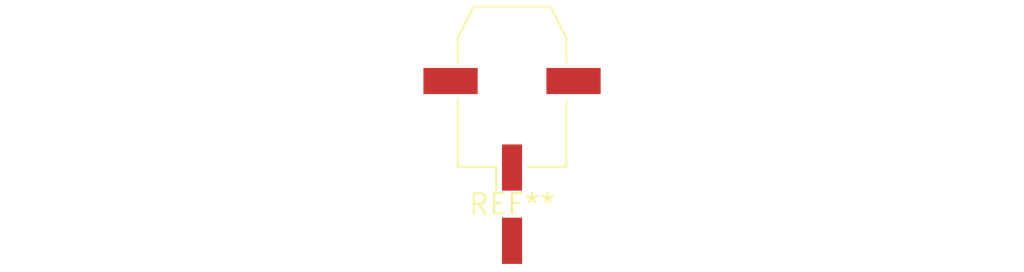
<source format=kicad_pcb>
(kicad_pcb (version 20240108) (generator pcbnew)
  (layers (0 "F.Cu" signal) (31 "B.Cu" signal) (34 "B.Paste" user) (35 "F.Paste" user) (36 "B.SilkS" user "B.Silkscreen") (37 "F.SilkS" user "F.Silkscreen") (38 "B.Mask" user) (39 "F.Mask" user) (44 "Edge.Cuts" user))
  (net 0 "")
  (footprint "Molex_Micro-Fit_3.0_43045-0210_2x01-1MP_P3.00mm_Horizontal" (layer "F.Cu") (at 0 0)
    (property "Reference" "REF**")
    (property "Value" "Molex_Micro-Fit_3.0_43045-0210_2x01-1MP_P3.00mm_Horizontal")
    (fp_line (start -3.435 -10.495) (end -3.435 -8.98) (layer "F.SilkS") (stroke (width 0.12)))
    (fp_line (start -3.435 -6.59) (end -3.435 -2.365) (layer "F.SilkS") (stroke (width 0.12)))
    (fp_line (start -3.435 -2.365) (end -1.005 -2.365) (layer "F.SilkS") (stroke (width 0.12)))
    (fp_line (start -2.435 -12.495) (end -3.435 -10.495) (layer "F.SilkS") (stroke (width 0.12)))
    (fp_line (start -1.005 -2.365) (end -1.005 -0.905) (layer "F.SilkS") (stroke (width 0.12)))
    (fp_line (start 0 -12.495) (end -2.435 -12.495) (layer "F.SilkS") (stroke (width 0.12)))
    (fp_line (start 0 -12.495) (end 2.435 -12.495) (layer "F.SilkS") (stroke (width 0.12)))
    (fp_line (start 2.435 -12.495) (end 3.435 -10.495) (layer "F.SilkS") (stroke (width 0.12)))
    (fp_line (start 3.435 -10.495) (end 3.435 -8.98) (layer "F.SilkS") (stroke (width 0.12)))
    (fp_line (start 3.435 -6.59) (end 3.435 -2.365) (layer "F.SilkS") (stroke (width 0.12)))
    (fp_line (start 3.435 -2.365) (end 1.005 -2.365) (layer "F.SilkS") (stroke (width 0.12)))
    (pad "1" smd rect (at 0 -2.315) (size 1.27 2.92) (layers "F.Cu" "F.Paste" "F.Mask"))
    (pad "2" smd rect (at 0 2.315) (size 1.27 2.92) (layers "F.Cu" "F.Paste" "F.Mask"))
    (pad "MP" smd rect (at -3.885 -7.785) (size 3.43 1.65) (layers "F.Cu" "F.Paste" "F.Mask"))
    (pad "MP" smd rect (at 3.885 -7.785) (size 3.43 1.65) (layers "F.Cu" "F.Paste" "F.Mask"))
  )
)
</source>
